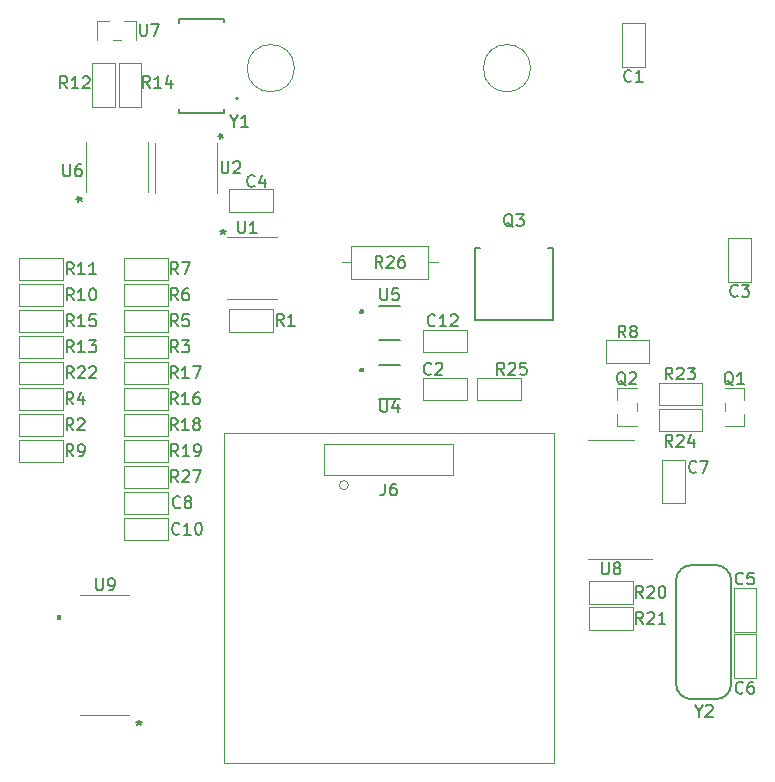
<source format=gbr>
G04 #@! TF.GenerationSoftware,KiCad,Pcbnew,(5.1.5)-3*
G04 #@! TF.CreationDate,2022-04-23T22:50:00-04:00*
G04 #@! TF.ProjectId,SailCam_MK5,5361696c-4361-46d5-9f4d-4b352e6b6963,rev?*
G04 #@! TF.SameCoordinates,Original*
G04 #@! TF.FileFunction,Legend,Top*
G04 #@! TF.FilePolarity,Positive*
%FSLAX46Y46*%
G04 Gerber Fmt 4.6, Leading zero omitted, Abs format (unit mm)*
G04 Created by KiCad (PCBNEW (5.1.5)-3) date 2022-04-23 22:50:00*
%MOMM*%
%LPD*%
G04 APERTURE LIST*
%ADD10C,0.120000*%
%ADD11C,0.127000*%
%ADD12C,0.400000*%
%ADD13C,0.200000*%
%ADD14C,0.100000*%
%ADD15C,0.150000*%
G04 APERTURE END LIST*
D10*
X124340000Y-69510000D02*
G75*
G03X124340000Y-69510000I-2000000J0D01*
G01*
X144340000Y-69510000D02*
G75*
G03X144340000Y-69510000I-2000000J0D01*
G01*
X113640000Y-105060000D02*
X109940000Y-105060000D01*
X113640000Y-103160000D02*
X113640000Y-105060000D01*
X109940000Y-103160000D02*
X113640000Y-103160000D01*
X109940000Y-105060000D02*
X109940000Y-103160000D01*
X118370000Y-128310000D02*
X118370000Y-100370000D01*
X146310000Y-128310000D02*
X118370000Y-128310000D01*
X146310000Y-100370000D02*
X146310000Y-128310000D01*
X128911000Y-104815000D02*
G75*
G03X128911000Y-104815000I-381000J0D01*
G01*
X126879000Y-101313000D02*
X126879000Y-103980000D01*
X137801000Y-101313000D02*
X126879000Y-101313000D01*
X137801000Y-103980000D02*
X137801000Y-101313000D01*
X126879000Y-103980000D02*
X137801000Y-103980000D01*
X146310000Y-100370000D02*
X118370000Y-100370000D01*
D11*
X146242000Y-90840000D02*
X139638000Y-90840000D01*
X146242000Y-84744000D02*
X146242000Y-90840000D01*
X145805000Y-84744000D02*
X146242000Y-84744000D01*
X139638000Y-84744000D02*
X139638000Y-90840000D01*
X140075000Y-84744000D02*
X139638000Y-84744000D01*
D10*
X136460000Y-85960000D02*
X135690000Y-85960000D01*
X128380000Y-85960000D02*
X129150000Y-85960000D01*
X135690000Y-84590000D02*
X129150000Y-84590000D01*
X135690000Y-87330000D02*
X135690000Y-84590000D01*
X129150000Y-87330000D02*
X135690000Y-87330000D01*
X129150000Y-84590000D02*
X129150000Y-87330000D01*
X106661100Y-75789100D02*
X106661100Y-80030900D01*
X111918900Y-80030900D02*
X111918900Y-75789100D01*
X108677860Y-65484500D02*
X107639000Y-65484500D01*
X107639000Y-65484500D02*
X107639000Y-67135500D01*
X110941000Y-65484500D02*
X109902140Y-65484500D01*
X110941000Y-67135500D02*
X110941000Y-65484500D01*
X108952139Y-67135500D02*
X109627861Y-67135500D01*
X122860900Y-83781100D02*
X118619100Y-83781100D01*
X118619100Y-89038900D02*
X122860900Y-89038900D01*
X151664500Y-98822140D02*
X151664500Y-99835600D01*
X151664500Y-99835600D02*
X153315500Y-99835600D01*
X151664500Y-96584400D02*
X151664500Y-97597860D01*
X153315500Y-96584400D02*
X151664500Y-96584400D01*
X153315500Y-98547861D02*
X153315500Y-97872139D01*
X162415500Y-97597860D02*
X162415500Y-96584400D01*
X162415500Y-96584400D02*
X160764500Y-96584400D01*
X162415500Y-99835600D02*
X162415500Y-98822140D01*
X160764500Y-99835600D02*
X162415500Y-99835600D01*
X160764500Y-97872139D02*
X160764500Y-98547861D01*
D12*
X130040000Y-90110000D02*
G75*
G03X130040000Y-90110000I-50000J0D01*
G01*
D11*
X131510000Y-92560000D02*
X133270000Y-92560000D01*
X131510000Y-89660000D02*
X133270000Y-89660000D01*
X160000000Y-122935000D02*
X157980000Y-122935000D01*
X157980000Y-122935000D02*
G75*
G02X156660000Y-121665000I-25000J1295000D01*
G01*
X156660000Y-121665000D02*
X156660000Y-112855000D01*
X156660000Y-112855000D02*
G75*
G02X157980000Y-111585000I1295000J-25000D01*
G01*
X157980000Y-111585000D02*
X160000000Y-111585000D01*
X160000000Y-111585000D02*
G75*
G02X161320000Y-112855000I25000J-1295000D01*
G01*
X161320000Y-112855000D02*
X161320000Y-121665000D01*
X161320000Y-121665000D02*
G75*
G02X160000000Y-122935000I-1295000J25000D01*
G01*
D13*
X119587803Y-72078000D02*
G75*
G03X119587803Y-72078000I-111803J0D01*
G01*
D11*
X118376000Y-65328000D02*
X118376000Y-65628000D01*
X114576000Y-65328000D02*
X118376000Y-65328000D01*
X114576000Y-65678000D02*
X114576000Y-65328000D01*
X118376000Y-73328000D02*
X118376000Y-72978000D01*
X114576000Y-73328000D02*
X118376000Y-73328000D01*
X114576000Y-72928000D02*
X114576000Y-73328000D01*
D14*
G36*
X104277600Y-116175500D02*
G01*
X104277600Y-115794500D01*
X104531600Y-115794500D01*
X104531600Y-116175500D01*
X104277600Y-116175500D01*
G37*
X104277600Y-116175500D02*
X104277600Y-115794500D01*
X104531600Y-115794500D01*
X104531600Y-116175500D01*
X104277600Y-116175500D01*
D10*
X106157200Y-124240000D02*
X110322800Y-124240000D01*
X110322800Y-114080000D02*
X106157200Y-114080000D01*
X151140000Y-100950000D02*
X149190000Y-100950000D01*
X151140000Y-100950000D02*
X153090000Y-100950000D01*
X151140000Y-111070000D02*
X149190000Y-111070000D01*
X151140000Y-111070000D02*
X154590000Y-111070000D01*
D12*
X130040000Y-95060000D02*
G75*
G03X130040000Y-95060000I-50000J0D01*
G01*
D11*
X131510000Y-97510000D02*
X133270000Y-97510000D01*
X131510000Y-94610000D02*
X133270000Y-94610000D01*
D10*
X117804900Y-80048900D02*
X117804900Y-75807100D01*
X112547100Y-75807100D02*
X112547100Y-80048900D01*
X139840000Y-95710000D02*
X143540000Y-95710000D01*
X139840000Y-97610000D02*
X139840000Y-95710000D01*
X143540000Y-97610000D02*
X139840000Y-97610000D01*
X143540000Y-95710000D02*
X143540000Y-97610000D01*
X155172000Y-98360000D02*
X158872000Y-98360000D01*
X155172000Y-100260000D02*
X155172000Y-98360000D01*
X158872000Y-100260000D02*
X155172000Y-100260000D01*
X158872000Y-98360000D02*
X158872000Y-100260000D01*
X158872000Y-98048000D02*
X155172000Y-98048000D01*
X158872000Y-96148000D02*
X158872000Y-98048000D01*
X155172000Y-96148000D02*
X158872000Y-96148000D01*
X155172000Y-98048000D02*
X155172000Y-96148000D01*
X101040000Y-94360000D02*
X104740000Y-94360000D01*
X101040000Y-96260000D02*
X101040000Y-94360000D01*
X104740000Y-96260000D02*
X101040000Y-96260000D01*
X104740000Y-94360000D02*
X104740000Y-96260000D01*
X149294000Y-115160000D02*
X152994000Y-115160000D01*
X149294000Y-117060000D02*
X149294000Y-115160000D01*
X152994000Y-117060000D02*
X149294000Y-117060000D01*
X152994000Y-115160000D02*
X152994000Y-117060000D01*
X149294000Y-112938000D02*
X152994000Y-112938000D01*
X149294000Y-114838000D02*
X149294000Y-112938000D01*
X152994000Y-114838000D02*
X149294000Y-114838000D01*
X152994000Y-112938000D02*
X152994000Y-114838000D01*
X113640000Y-102860000D02*
X109940000Y-102860000D01*
X113640000Y-100960000D02*
X113640000Y-102860000D01*
X109940000Y-100960000D02*
X113640000Y-100960000D01*
X109940000Y-102860000D02*
X109940000Y-100960000D01*
X113640000Y-100660000D02*
X109940000Y-100660000D01*
X113640000Y-98760000D02*
X113640000Y-100660000D01*
X109940000Y-98760000D02*
X113640000Y-98760000D01*
X109940000Y-100660000D02*
X109940000Y-98760000D01*
X113640000Y-96260000D02*
X109940000Y-96260000D01*
X113640000Y-94360000D02*
X113640000Y-96260000D01*
X109940000Y-94360000D02*
X113640000Y-94360000D01*
X109940000Y-96260000D02*
X109940000Y-94360000D01*
X113640000Y-98460000D02*
X109940000Y-98460000D01*
X113640000Y-96560000D02*
X113640000Y-98460000D01*
X109940000Y-96560000D02*
X113640000Y-96560000D01*
X109940000Y-98460000D02*
X109940000Y-96560000D01*
X104740000Y-91860000D02*
X101040000Y-91860000D01*
X104740000Y-89960000D02*
X104740000Y-91860000D01*
X101040000Y-89960000D02*
X104740000Y-89960000D01*
X101040000Y-91860000D02*
X101040000Y-89960000D01*
X111350000Y-69076000D02*
X111350000Y-72776000D01*
X109450000Y-69076000D02*
X111350000Y-69076000D01*
X109450000Y-72776000D02*
X109450000Y-69076000D01*
X111350000Y-72776000D02*
X109450000Y-72776000D01*
X104740000Y-94060000D02*
X101040000Y-94060000D01*
X104740000Y-92160000D02*
X104740000Y-94060000D01*
X101040000Y-92160000D02*
X104740000Y-92160000D01*
X101040000Y-94060000D02*
X101040000Y-92160000D01*
X109140000Y-69076000D02*
X109140000Y-72776000D01*
X107240000Y-69076000D02*
X109140000Y-69076000D01*
X107240000Y-72776000D02*
X107240000Y-69076000D01*
X109140000Y-72776000D02*
X107240000Y-72776000D01*
X104740000Y-87460000D02*
X101040000Y-87460000D01*
X104740000Y-85560000D02*
X104740000Y-87460000D01*
X101040000Y-85560000D02*
X104740000Y-85560000D01*
X101040000Y-87460000D02*
X101040000Y-85560000D01*
X104740000Y-89660000D02*
X101040000Y-89660000D01*
X104740000Y-87760000D02*
X104740000Y-89660000D01*
X101040000Y-87760000D02*
X104740000Y-87760000D01*
X101040000Y-89660000D02*
X101040000Y-87760000D01*
X104740000Y-102860000D02*
X101040000Y-102860000D01*
X104740000Y-100960000D02*
X104740000Y-102860000D01*
X101040000Y-100960000D02*
X104740000Y-100960000D01*
X101040000Y-102860000D02*
X101040000Y-100960000D01*
X154390000Y-94460000D02*
X150690000Y-94460000D01*
X154390000Y-92560000D02*
X154390000Y-94460000D01*
X150690000Y-92560000D02*
X154390000Y-92560000D01*
X150690000Y-94460000D02*
X150690000Y-92560000D01*
X113640000Y-87460000D02*
X109940000Y-87460000D01*
X113640000Y-85560000D02*
X113640000Y-87460000D01*
X109940000Y-85560000D02*
X113640000Y-85560000D01*
X109940000Y-87460000D02*
X109940000Y-85560000D01*
X113640000Y-89660000D02*
X109940000Y-89660000D01*
X113640000Y-87760000D02*
X113640000Y-89660000D01*
X109940000Y-87760000D02*
X113640000Y-87760000D01*
X109940000Y-89660000D02*
X109940000Y-87760000D01*
X113640000Y-91860000D02*
X109940000Y-91860000D01*
X113640000Y-89960000D02*
X113640000Y-91860000D01*
X109940000Y-89960000D02*
X113640000Y-89960000D01*
X109940000Y-91860000D02*
X109940000Y-89960000D01*
X104740000Y-98460000D02*
X101040000Y-98460000D01*
X104740000Y-96560000D02*
X104740000Y-98460000D01*
X101040000Y-96560000D02*
X104740000Y-96560000D01*
X101040000Y-98460000D02*
X101040000Y-96560000D01*
X113640000Y-94060000D02*
X109940000Y-94060000D01*
X113640000Y-92160000D02*
X113640000Y-94060000D01*
X109940000Y-92160000D02*
X113640000Y-92160000D01*
X109940000Y-94060000D02*
X109940000Y-92160000D01*
X104740000Y-100660000D02*
X101040000Y-100660000D01*
X104740000Y-98760000D02*
X104740000Y-100660000D01*
X101040000Y-98760000D02*
X104740000Y-98760000D01*
X101040000Y-100660000D02*
X101040000Y-98760000D01*
X118840000Y-89910000D02*
X122540000Y-89910000D01*
X118840000Y-91810000D02*
X118840000Y-89910000D01*
X122540000Y-91810000D02*
X118840000Y-91810000D01*
X122540000Y-89910000D02*
X122540000Y-91810000D01*
X138940000Y-93560000D02*
X135240000Y-93560000D01*
X138940000Y-91660000D02*
X138940000Y-93560000D01*
X135240000Y-91660000D02*
X138940000Y-91660000D01*
X135240000Y-93560000D02*
X135240000Y-91660000D01*
X109940000Y-107560000D02*
X113640000Y-107560000D01*
X109940000Y-109460000D02*
X109940000Y-107560000D01*
X113640000Y-109460000D02*
X109940000Y-109460000D01*
X113640000Y-107560000D02*
X113640000Y-109460000D01*
X109940000Y-105360000D02*
X113640000Y-105360000D01*
X109940000Y-107260000D02*
X109940000Y-105360000D01*
X113640000Y-107260000D02*
X109940000Y-107260000D01*
X113640000Y-105360000D02*
X113640000Y-107260000D01*
X157390000Y-102660000D02*
X157390000Y-106360000D01*
X155490000Y-102660000D02*
X157390000Y-102660000D01*
X155490000Y-106360000D02*
X155490000Y-102660000D01*
X157390000Y-106360000D02*
X155490000Y-106360000D01*
X163440000Y-121110000D02*
X161540000Y-121110000D01*
X161540000Y-121110000D02*
X161540000Y-117410000D01*
X161540000Y-117410000D02*
X163440000Y-117410000D01*
X163440000Y-117410000D02*
X163440000Y-121110000D01*
X161540000Y-113510000D02*
X163440000Y-113510000D01*
X163440000Y-113510000D02*
X163440000Y-117210000D01*
X163440000Y-117210000D02*
X161540000Y-117210000D01*
X161540000Y-117210000D02*
X161540000Y-113510000D01*
X122540000Y-81660000D02*
X118840000Y-81660000D01*
X122540000Y-79760000D02*
X122540000Y-81660000D01*
X118840000Y-79760000D02*
X122540000Y-79760000D01*
X118840000Y-81660000D02*
X118840000Y-79760000D01*
X162990000Y-83910000D02*
X162990000Y-87610000D01*
X161090000Y-83910000D02*
X162990000Y-83910000D01*
X161090000Y-87610000D02*
X161090000Y-83910000D01*
X162990000Y-87610000D02*
X161090000Y-87610000D01*
X138940000Y-97610000D02*
X135240000Y-97610000D01*
X138940000Y-95710000D02*
X138940000Y-97610000D01*
X135240000Y-95710000D02*
X138940000Y-95710000D01*
X135240000Y-97610000D02*
X135240000Y-95710000D01*
X152090000Y-69410000D02*
X152090000Y-65710000D01*
X153990000Y-69410000D02*
X152090000Y-69410000D01*
X153990000Y-65710000D02*
X153990000Y-69410000D01*
X152090000Y-65710000D02*
X153990000Y-65710000D01*
D15*
X114497142Y-104562380D02*
X114163809Y-104086190D01*
X113925714Y-104562380D02*
X113925714Y-103562380D01*
X114306666Y-103562380D01*
X114401904Y-103610000D01*
X114449523Y-103657619D01*
X114497142Y-103752857D01*
X114497142Y-103895714D01*
X114449523Y-103990952D01*
X114401904Y-104038571D01*
X114306666Y-104086190D01*
X113925714Y-104086190D01*
X114878095Y-103657619D02*
X114925714Y-103610000D01*
X115020952Y-103562380D01*
X115259047Y-103562380D01*
X115354285Y-103610000D01*
X115401904Y-103657619D01*
X115449523Y-103752857D01*
X115449523Y-103848095D01*
X115401904Y-103990952D01*
X114830476Y-104562380D01*
X115449523Y-104562380D01*
X115782857Y-103562380D02*
X116449523Y-103562380D01*
X116020952Y-104562380D01*
X132006666Y-104684880D02*
X132006666Y-105399166D01*
X131959047Y-105542023D01*
X131863809Y-105637261D01*
X131720952Y-105684880D01*
X131625714Y-105684880D01*
X132911428Y-104684880D02*
X132720952Y-104684880D01*
X132625714Y-104732500D01*
X132578095Y-104780119D01*
X132482857Y-104922976D01*
X132435238Y-105113452D01*
X132435238Y-105494404D01*
X132482857Y-105589642D01*
X132530476Y-105637261D01*
X132625714Y-105684880D01*
X132816190Y-105684880D01*
X132911428Y-105637261D01*
X132959047Y-105589642D01*
X133006666Y-105494404D01*
X133006666Y-105256309D01*
X132959047Y-105161071D01*
X132911428Y-105113452D01*
X132816190Y-105065833D01*
X132625714Y-105065833D01*
X132530476Y-105113452D01*
X132482857Y-105161071D01*
X132435238Y-105256309D01*
X142844761Y-82957619D02*
X142749523Y-82910000D01*
X142654285Y-82814761D01*
X142511428Y-82671904D01*
X142416190Y-82624285D01*
X142320952Y-82624285D01*
X142368571Y-82862380D02*
X142273333Y-82814761D01*
X142178095Y-82719523D01*
X142130476Y-82529047D01*
X142130476Y-82195714D01*
X142178095Y-82005238D01*
X142273333Y-81910000D01*
X142368571Y-81862380D01*
X142559047Y-81862380D01*
X142654285Y-81910000D01*
X142749523Y-82005238D01*
X142797142Y-82195714D01*
X142797142Y-82529047D01*
X142749523Y-82719523D01*
X142654285Y-82814761D01*
X142559047Y-82862380D01*
X142368571Y-82862380D01*
X143130476Y-81862380D02*
X143749523Y-81862380D01*
X143416190Y-82243333D01*
X143559047Y-82243333D01*
X143654285Y-82290952D01*
X143701904Y-82338571D01*
X143749523Y-82433809D01*
X143749523Y-82671904D01*
X143701904Y-82767142D01*
X143654285Y-82814761D01*
X143559047Y-82862380D01*
X143273333Y-82862380D01*
X143178095Y-82814761D01*
X143130476Y-82767142D01*
X131797142Y-86412380D02*
X131463809Y-85936190D01*
X131225714Y-86412380D02*
X131225714Y-85412380D01*
X131606666Y-85412380D01*
X131701904Y-85460000D01*
X131749523Y-85507619D01*
X131797142Y-85602857D01*
X131797142Y-85745714D01*
X131749523Y-85840952D01*
X131701904Y-85888571D01*
X131606666Y-85936190D01*
X131225714Y-85936190D01*
X132178095Y-85507619D02*
X132225714Y-85460000D01*
X132320952Y-85412380D01*
X132559047Y-85412380D01*
X132654285Y-85460000D01*
X132701904Y-85507619D01*
X132749523Y-85602857D01*
X132749523Y-85698095D01*
X132701904Y-85840952D01*
X132130476Y-86412380D01*
X132749523Y-86412380D01*
X133606666Y-85412380D02*
X133416190Y-85412380D01*
X133320952Y-85460000D01*
X133273333Y-85507619D01*
X133178095Y-85650476D01*
X133130476Y-85840952D01*
X133130476Y-86221904D01*
X133178095Y-86317142D01*
X133225714Y-86364761D01*
X133320952Y-86412380D01*
X133511428Y-86412380D01*
X133606666Y-86364761D01*
X133654285Y-86317142D01*
X133701904Y-86221904D01*
X133701904Y-85983809D01*
X133654285Y-85888571D01*
X133606666Y-85840952D01*
X133511428Y-85793333D01*
X133320952Y-85793333D01*
X133225714Y-85840952D01*
X133178095Y-85888571D01*
X133130476Y-85983809D01*
X104778095Y-77662380D02*
X104778095Y-78471904D01*
X104825714Y-78567142D01*
X104873333Y-78614761D01*
X104968571Y-78662380D01*
X105159047Y-78662380D01*
X105254285Y-78614761D01*
X105301904Y-78567142D01*
X105349523Y-78471904D01*
X105349523Y-77662380D01*
X106254285Y-77662380D02*
X106063809Y-77662380D01*
X105968571Y-77710000D01*
X105920952Y-77757619D01*
X105825714Y-77900476D01*
X105778095Y-78090952D01*
X105778095Y-78471904D01*
X105825714Y-78567142D01*
X105873333Y-78614761D01*
X105968571Y-78662380D01*
X106159047Y-78662380D01*
X106254285Y-78614761D01*
X106301904Y-78567142D01*
X106349523Y-78471904D01*
X106349523Y-78233809D01*
X106301904Y-78138571D01*
X106254285Y-78090952D01*
X106159047Y-78043333D01*
X105968571Y-78043333D01*
X105873333Y-78090952D01*
X105825714Y-78138571D01*
X105778095Y-78233809D01*
X105892380Y-80610000D02*
X106130476Y-80610000D01*
X106035238Y-80848095D02*
X106130476Y-80610000D01*
X106035238Y-80371904D01*
X106320952Y-80752857D02*
X106130476Y-80610000D01*
X106320952Y-80467142D01*
X105892380Y-80610000D02*
X106130476Y-80610000D01*
X106035238Y-80848095D02*
X106130476Y-80610000D01*
X106035238Y-80371904D01*
X106320952Y-80752857D02*
X106130476Y-80610000D01*
X106320952Y-80467142D01*
X111278095Y-65762380D02*
X111278095Y-66571904D01*
X111325714Y-66667142D01*
X111373333Y-66714761D01*
X111468571Y-66762380D01*
X111659047Y-66762380D01*
X111754285Y-66714761D01*
X111801904Y-66667142D01*
X111849523Y-66571904D01*
X111849523Y-65762380D01*
X112230476Y-65762380D02*
X112897142Y-65762380D01*
X112468571Y-66762380D01*
X119578095Y-82462380D02*
X119578095Y-83271904D01*
X119625714Y-83367142D01*
X119673333Y-83414761D01*
X119768571Y-83462380D01*
X119959047Y-83462380D01*
X120054285Y-83414761D01*
X120101904Y-83367142D01*
X120149523Y-83271904D01*
X120149523Y-82462380D01*
X121149523Y-83462380D02*
X120578095Y-83462380D01*
X120863809Y-83462380D02*
X120863809Y-82462380D01*
X120768571Y-82605238D01*
X120673333Y-82700476D01*
X120578095Y-82748095D01*
X118290000Y-83112380D02*
X118290000Y-83350476D01*
X118051904Y-83255238D02*
X118290000Y-83350476D01*
X118528095Y-83255238D01*
X118147142Y-83540952D02*
X118290000Y-83350476D01*
X118432857Y-83540952D01*
X118290000Y-83112380D02*
X118290000Y-83350476D01*
X118051904Y-83255238D02*
X118290000Y-83350476D01*
X118528095Y-83255238D01*
X118147142Y-83540952D02*
X118290000Y-83350476D01*
X118432857Y-83540952D01*
X152394761Y-96357619D02*
X152299523Y-96310000D01*
X152204285Y-96214761D01*
X152061428Y-96071904D01*
X151966190Y-96024285D01*
X151870952Y-96024285D01*
X151918571Y-96262380D02*
X151823333Y-96214761D01*
X151728095Y-96119523D01*
X151680476Y-95929047D01*
X151680476Y-95595714D01*
X151728095Y-95405238D01*
X151823333Y-95310000D01*
X151918571Y-95262380D01*
X152109047Y-95262380D01*
X152204285Y-95310000D01*
X152299523Y-95405238D01*
X152347142Y-95595714D01*
X152347142Y-95929047D01*
X152299523Y-96119523D01*
X152204285Y-96214761D01*
X152109047Y-96262380D01*
X151918571Y-96262380D01*
X152728095Y-95357619D02*
X152775714Y-95310000D01*
X152870952Y-95262380D01*
X153109047Y-95262380D01*
X153204285Y-95310000D01*
X153251904Y-95357619D01*
X153299523Y-95452857D01*
X153299523Y-95548095D01*
X153251904Y-95690952D01*
X152680476Y-96262380D01*
X153299523Y-96262380D01*
X161494761Y-96357619D02*
X161399523Y-96310000D01*
X161304285Y-96214761D01*
X161161428Y-96071904D01*
X161066190Y-96024285D01*
X160970952Y-96024285D01*
X161018571Y-96262380D02*
X160923333Y-96214761D01*
X160828095Y-96119523D01*
X160780476Y-95929047D01*
X160780476Y-95595714D01*
X160828095Y-95405238D01*
X160923333Y-95310000D01*
X161018571Y-95262380D01*
X161209047Y-95262380D01*
X161304285Y-95310000D01*
X161399523Y-95405238D01*
X161447142Y-95595714D01*
X161447142Y-95929047D01*
X161399523Y-96119523D01*
X161304285Y-96214761D01*
X161209047Y-96262380D01*
X161018571Y-96262380D01*
X162399523Y-96262380D02*
X161828095Y-96262380D01*
X162113809Y-96262380D02*
X162113809Y-95262380D01*
X162018571Y-95405238D01*
X161923333Y-95500476D01*
X161828095Y-95548095D01*
X131628095Y-88162380D02*
X131628095Y-88971904D01*
X131675714Y-89067142D01*
X131723333Y-89114761D01*
X131818571Y-89162380D01*
X132009047Y-89162380D01*
X132104285Y-89114761D01*
X132151904Y-89067142D01*
X132199523Y-88971904D01*
X132199523Y-88162380D01*
X133151904Y-88162380D02*
X132675714Y-88162380D01*
X132628095Y-88638571D01*
X132675714Y-88590952D01*
X132770952Y-88543333D01*
X133009047Y-88543333D01*
X133104285Y-88590952D01*
X133151904Y-88638571D01*
X133199523Y-88733809D01*
X133199523Y-88971904D01*
X133151904Y-89067142D01*
X133104285Y-89114761D01*
X133009047Y-89162380D01*
X132770952Y-89162380D01*
X132675714Y-89114761D01*
X132628095Y-89067142D01*
X158563423Y-123936171D02*
X158563423Y-124412747D01*
X158229819Y-123411936D02*
X158563423Y-123936171D01*
X158897027Y-123411936D01*
X159182973Y-123507252D02*
X159230630Y-123459594D01*
X159325946Y-123411936D01*
X159564234Y-123411936D01*
X159659549Y-123459594D01*
X159707207Y-123507252D01*
X159754865Y-123602567D01*
X159754865Y-123697882D01*
X159707207Y-123840855D01*
X159135315Y-124412747D01*
X159754865Y-124412747D01*
X119213809Y-73986190D02*
X119213809Y-74462380D01*
X118880476Y-73462380D02*
X119213809Y-73986190D01*
X119547142Y-73462380D01*
X120404285Y-74462380D02*
X119832857Y-74462380D01*
X120118571Y-74462380D02*
X120118571Y-73462380D01*
X120023333Y-73605238D01*
X119928095Y-73700476D01*
X119832857Y-73748095D01*
X107541595Y-112706880D02*
X107541595Y-113516404D01*
X107589214Y-113611642D01*
X107636833Y-113659261D01*
X107732071Y-113706880D01*
X107922547Y-113706880D01*
X108017785Y-113659261D01*
X108065404Y-113611642D01*
X108113023Y-113516404D01*
X108113023Y-112706880D01*
X108636833Y-113706880D02*
X108827309Y-113706880D01*
X108922547Y-113659261D01*
X108970166Y-113611642D01*
X109065404Y-113468785D01*
X109113023Y-113278309D01*
X109113023Y-112897357D01*
X109065404Y-112802119D01*
X109017785Y-112754500D01*
X108922547Y-112706880D01*
X108732071Y-112706880D01*
X108636833Y-112754500D01*
X108589214Y-112802119D01*
X108541595Y-112897357D01*
X108541595Y-113135452D01*
X108589214Y-113230690D01*
X108636833Y-113278309D01*
X108732071Y-113325928D01*
X108922547Y-113325928D01*
X109017785Y-113278309D01*
X109065404Y-113230690D01*
X109113023Y-113135452D01*
X111199100Y-124733780D02*
X111199100Y-124971876D01*
X110961004Y-124876638D02*
X111199100Y-124971876D01*
X111437195Y-124876638D01*
X111056242Y-125162352D02*
X111199100Y-124971876D01*
X111341957Y-125162352D01*
X111199100Y-124733780D02*
X111199100Y-124971876D01*
X110961004Y-124876638D02*
X111199100Y-124971876D01*
X111437195Y-124876638D01*
X111056242Y-125162352D02*
X111199100Y-124971876D01*
X111341957Y-125162352D01*
X150378095Y-111362380D02*
X150378095Y-112171904D01*
X150425714Y-112267142D01*
X150473333Y-112314761D01*
X150568571Y-112362380D01*
X150759047Y-112362380D01*
X150854285Y-112314761D01*
X150901904Y-112267142D01*
X150949523Y-112171904D01*
X150949523Y-111362380D01*
X151568571Y-111790952D02*
X151473333Y-111743333D01*
X151425714Y-111695714D01*
X151378095Y-111600476D01*
X151378095Y-111552857D01*
X151425714Y-111457619D01*
X151473333Y-111410000D01*
X151568571Y-111362380D01*
X151759047Y-111362380D01*
X151854285Y-111410000D01*
X151901904Y-111457619D01*
X151949523Y-111552857D01*
X151949523Y-111600476D01*
X151901904Y-111695714D01*
X151854285Y-111743333D01*
X151759047Y-111790952D01*
X151568571Y-111790952D01*
X151473333Y-111838571D01*
X151425714Y-111886190D01*
X151378095Y-111981428D01*
X151378095Y-112171904D01*
X151425714Y-112267142D01*
X151473333Y-112314761D01*
X151568571Y-112362380D01*
X151759047Y-112362380D01*
X151854285Y-112314761D01*
X151901904Y-112267142D01*
X151949523Y-112171904D01*
X151949523Y-111981428D01*
X151901904Y-111886190D01*
X151854285Y-111838571D01*
X151759047Y-111790952D01*
X131628095Y-97612380D02*
X131628095Y-98421904D01*
X131675714Y-98517142D01*
X131723333Y-98564761D01*
X131818571Y-98612380D01*
X132009047Y-98612380D01*
X132104285Y-98564761D01*
X132151904Y-98517142D01*
X132199523Y-98421904D01*
X132199523Y-97612380D01*
X133104285Y-97945714D02*
X133104285Y-98612380D01*
X132866190Y-97564761D02*
X132628095Y-98279047D01*
X133247142Y-98279047D01*
X118178095Y-77412380D02*
X118178095Y-78221904D01*
X118225714Y-78317142D01*
X118273333Y-78364761D01*
X118368571Y-78412380D01*
X118559047Y-78412380D01*
X118654285Y-78364761D01*
X118701904Y-78317142D01*
X118749523Y-78221904D01*
X118749523Y-77412380D01*
X119178095Y-77507619D02*
X119225714Y-77460000D01*
X119320952Y-77412380D01*
X119559047Y-77412380D01*
X119654285Y-77460000D01*
X119701904Y-77507619D01*
X119749523Y-77602857D01*
X119749523Y-77698095D01*
X119701904Y-77840952D01*
X119130476Y-78412380D01*
X119749523Y-78412380D01*
X117892380Y-75260000D02*
X118130476Y-75260000D01*
X118035238Y-75498095D02*
X118130476Y-75260000D01*
X118035238Y-75021904D01*
X118320952Y-75402857D02*
X118130476Y-75260000D01*
X118320952Y-75117142D01*
X117892380Y-75260000D02*
X118130476Y-75260000D01*
X118035238Y-75498095D02*
X118130476Y-75260000D01*
X118035238Y-75021904D01*
X118320952Y-75402857D02*
X118130476Y-75260000D01*
X118320952Y-75117142D01*
X142097142Y-95462380D02*
X141763809Y-94986190D01*
X141525714Y-95462380D02*
X141525714Y-94462380D01*
X141906666Y-94462380D01*
X142001904Y-94510000D01*
X142049523Y-94557619D01*
X142097142Y-94652857D01*
X142097142Y-94795714D01*
X142049523Y-94890952D01*
X142001904Y-94938571D01*
X141906666Y-94986190D01*
X141525714Y-94986190D01*
X142478095Y-94557619D02*
X142525714Y-94510000D01*
X142620952Y-94462380D01*
X142859047Y-94462380D01*
X142954285Y-94510000D01*
X143001904Y-94557619D01*
X143049523Y-94652857D01*
X143049523Y-94748095D01*
X143001904Y-94890952D01*
X142430476Y-95462380D01*
X143049523Y-95462380D01*
X143954285Y-94462380D02*
X143478095Y-94462380D01*
X143430476Y-94938571D01*
X143478095Y-94890952D01*
X143573333Y-94843333D01*
X143811428Y-94843333D01*
X143906666Y-94890952D01*
X143954285Y-94938571D01*
X144001904Y-95033809D01*
X144001904Y-95271904D01*
X143954285Y-95367142D01*
X143906666Y-95414761D01*
X143811428Y-95462380D01*
X143573333Y-95462380D01*
X143478095Y-95414761D01*
X143430476Y-95367142D01*
X156347142Y-101562380D02*
X156013809Y-101086190D01*
X155775714Y-101562380D02*
X155775714Y-100562380D01*
X156156666Y-100562380D01*
X156251904Y-100610000D01*
X156299523Y-100657619D01*
X156347142Y-100752857D01*
X156347142Y-100895714D01*
X156299523Y-100990952D01*
X156251904Y-101038571D01*
X156156666Y-101086190D01*
X155775714Y-101086190D01*
X156728095Y-100657619D02*
X156775714Y-100610000D01*
X156870952Y-100562380D01*
X157109047Y-100562380D01*
X157204285Y-100610000D01*
X157251904Y-100657619D01*
X157299523Y-100752857D01*
X157299523Y-100848095D01*
X157251904Y-100990952D01*
X156680476Y-101562380D01*
X157299523Y-101562380D01*
X158156666Y-100895714D02*
X158156666Y-101562380D01*
X157918571Y-100514761D02*
X157680476Y-101229047D01*
X158299523Y-101229047D01*
X156347142Y-95862380D02*
X156013809Y-95386190D01*
X155775714Y-95862380D02*
X155775714Y-94862380D01*
X156156666Y-94862380D01*
X156251904Y-94910000D01*
X156299523Y-94957619D01*
X156347142Y-95052857D01*
X156347142Y-95195714D01*
X156299523Y-95290952D01*
X156251904Y-95338571D01*
X156156666Y-95386190D01*
X155775714Y-95386190D01*
X156728095Y-94957619D02*
X156775714Y-94910000D01*
X156870952Y-94862380D01*
X157109047Y-94862380D01*
X157204285Y-94910000D01*
X157251904Y-94957619D01*
X157299523Y-95052857D01*
X157299523Y-95148095D01*
X157251904Y-95290952D01*
X156680476Y-95862380D01*
X157299523Y-95862380D01*
X157632857Y-94862380D02*
X158251904Y-94862380D01*
X157918571Y-95243333D01*
X158061428Y-95243333D01*
X158156666Y-95290952D01*
X158204285Y-95338571D01*
X158251904Y-95433809D01*
X158251904Y-95671904D01*
X158204285Y-95767142D01*
X158156666Y-95814761D01*
X158061428Y-95862380D01*
X157775714Y-95862380D01*
X157680476Y-95814761D01*
X157632857Y-95767142D01*
X105647142Y-95762380D02*
X105313809Y-95286190D01*
X105075714Y-95762380D02*
X105075714Y-94762380D01*
X105456666Y-94762380D01*
X105551904Y-94810000D01*
X105599523Y-94857619D01*
X105647142Y-94952857D01*
X105647142Y-95095714D01*
X105599523Y-95190952D01*
X105551904Y-95238571D01*
X105456666Y-95286190D01*
X105075714Y-95286190D01*
X106028095Y-94857619D02*
X106075714Y-94810000D01*
X106170952Y-94762380D01*
X106409047Y-94762380D01*
X106504285Y-94810000D01*
X106551904Y-94857619D01*
X106599523Y-94952857D01*
X106599523Y-95048095D01*
X106551904Y-95190952D01*
X105980476Y-95762380D01*
X106599523Y-95762380D01*
X106980476Y-94857619D02*
X107028095Y-94810000D01*
X107123333Y-94762380D01*
X107361428Y-94762380D01*
X107456666Y-94810000D01*
X107504285Y-94857619D01*
X107551904Y-94952857D01*
X107551904Y-95048095D01*
X107504285Y-95190952D01*
X106932857Y-95762380D01*
X107551904Y-95762380D01*
X153847142Y-116562380D02*
X153513809Y-116086190D01*
X153275714Y-116562380D02*
X153275714Y-115562380D01*
X153656666Y-115562380D01*
X153751904Y-115610000D01*
X153799523Y-115657619D01*
X153847142Y-115752857D01*
X153847142Y-115895714D01*
X153799523Y-115990952D01*
X153751904Y-116038571D01*
X153656666Y-116086190D01*
X153275714Y-116086190D01*
X154228095Y-115657619D02*
X154275714Y-115610000D01*
X154370952Y-115562380D01*
X154609047Y-115562380D01*
X154704285Y-115610000D01*
X154751904Y-115657619D01*
X154799523Y-115752857D01*
X154799523Y-115848095D01*
X154751904Y-115990952D01*
X154180476Y-116562380D01*
X154799523Y-116562380D01*
X155751904Y-116562380D02*
X155180476Y-116562380D01*
X155466190Y-116562380D02*
X155466190Y-115562380D01*
X155370952Y-115705238D01*
X155275714Y-115800476D01*
X155180476Y-115848095D01*
X153847142Y-114362380D02*
X153513809Y-113886190D01*
X153275714Y-114362380D02*
X153275714Y-113362380D01*
X153656666Y-113362380D01*
X153751904Y-113410000D01*
X153799523Y-113457619D01*
X153847142Y-113552857D01*
X153847142Y-113695714D01*
X153799523Y-113790952D01*
X153751904Y-113838571D01*
X153656666Y-113886190D01*
X153275714Y-113886190D01*
X154228095Y-113457619D02*
X154275714Y-113410000D01*
X154370952Y-113362380D01*
X154609047Y-113362380D01*
X154704285Y-113410000D01*
X154751904Y-113457619D01*
X154799523Y-113552857D01*
X154799523Y-113648095D01*
X154751904Y-113790952D01*
X154180476Y-114362380D01*
X154799523Y-114362380D01*
X155418571Y-113362380D02*
X155513809Y-113362380D01*
X155609047Y-113410000D01*
X155656666Y-113457619D01*
X155704285Y-113552857D01*
X155751904Y-113743333D01*
X155751904Y-113981428D01*
X155704285Y-114171904D01*
X155656666Y-114267142D01*
X155609047Y-114314761D01*
X155513809Y-114362380D01*
X155418571Y-114362380D01*
X155323333Y-114314761D01*
X155275714Y-114267142D01*
X155228095Y-114171904D01*
X155180476Y-113981428D01*
X155180476Y-113743333D01*
X155228095Y-113552857D01*
X155275714Y-113457619D01*
X155323333Y-113410000D01*
X155418571Y-113362380D01*
X114497142Y-102362380D02*
X114163809Y-101886190D01*
X113925714Y-102362380D02*
X113925714Y-101362380D01*
X114306666Y-101362380D01*
X114401904Y-101410000D01*
X114449523Y-101457619D01*
X114497142Y-101552857D01*
X114497142Y-101695714D01*
X114449523Y-101790952D01*
X114401904Y-101838571D01*
X114306666Y-101886190D01*
X113925714Y-101886190D01*
X115449523Y-102362380D02*
X114878095Y-102362380D01*
X115163809Y-102362380D02*
X115163809Y-101362380D01*
X115068571Y-101505238D01*
X114973333Y-101600476D01*
X114878095Y-101648095D01*
X115925714Y-102362380D02*
X116116190Y-102362380D01*
X116211428Y-102314761D01*
X116259047Y-102267142D01*
X116354285Y-102124285D01*
X116401904Y-101933809D01*
X116401904Y-101552857D01*
X116354285Y-101457619D01*
X116306666Y-101410000D01*
X116211428Y-101362380D01*
X116020952Y-101362380D01*
X115925714Y-101410000D01*
X115878095Y-101457619D01*
X115830476Y-101552857D01*
X115830476Y-101790952D01*
X115878095Y-101886190D01*
X115925714Y-101933809D01*
X116020952Y-101981428D01*
X116211428Y-101981428D01*
X116306666Y-101933809D01*
X116354285Y-101886190D01*
X116401904Y-101790952D01*
X114447142Y-100162380D02*
X114113809Y-99686190D01*
X113875714Y-100162380D02*
X113875714Y-99162380D01*
X114256666Y-99162380D01*
X114351904Y-99210000D01*
X114399523Y-99257619D01*
X114447142Y-99352857D01*
X114447142Y-99495714D01*
X114399523Y-99590952D01*
X114351904Y-99638571D01*
X114256666Y-99686190D01*
X113875714Y-99686190D01*
X115399523Y-100162380D02*
X114828095Y-100162380D01*
X115113809Y-100162380D02*
X115113809Y-99162380D01*
X115018571Y-99305238D01*
X114923333Y-99400476D01*
X114828095Y-99448095D01*
X115970952Y-99590952D02*
X115875714Y-99543333D01*
X115828095Y-99495714D01*
X115780476Y-99400476D01*
X115780476Y-99352857D01*
X115828095Y-99257619D01*
X115875714Y-99210000D01*
X115970952Y-99162380D01*
X116161428Y-99162380D01*
X116256666Y-99210000D01*
X116304285Y-99257619D01*
X116351904Y-99352857D01*
X116351904Y-99400476D01*
X116304285Y-99495714D01*
X116256666Y-99543333D01*
X116161428Y-99590952D01*
X115970952Y-99590952D01*
X115875714Y-99638571D01*
X115828095Y-99686190D01*
X115780476Y-99781428D01*
X115780476Y-99971904D01*
X115828095Y-100067142D01*
X115875714Y-100114761D01*
X115970952Y-100162380D01*
X116161428Y-100162380D01*
X116256666Y-100114761D01*
X116304285Y-100067142D01*
X116351904Y-99971904D01*
X116351904Y-99781428D01*
X116304285Y-99686190D01*
X116256666Y-99638571D01*
X116161428Y-99590952D01*
X114447142Y-95762380D02*
X114113809Y-95286190D01*
X113875714Y-95762380D02*
X113875714Y-94762380D01*
X114256666Y-94762380D01*
X114351904Y-94810000D01*
X114399523Y-94857619D01*
X114447142Y-94952857D01*
X114447142Y-95095714D01*
X114399523Y-95190952D01*
X114351904Y-95238571D01*
X114256666Y-95286190D01*
X113875714Y-95286190D01*
X115399523Y-95762380D02*
X114828095Y-95762380D01*
X115113809Y-95762380D02*
X115113809Y-94762380D01*
X115018571Y-94905238D01*
X114923333Y-95000476D01*
X114828095Y-95048095D01*
X115732857Y-94762380D02*
X116399523Y-94762380D01*
X115970952Y-95762380D01*
X114447142Y-97962380D02*
X114113809Y-97486190D01*
X113875714Y-97962380D02*
X113875714Y-96962380D01*
X114256666Y-96962380D01*
X114351904Y-97010000D01*
X114399523Y-97057619D01*
X114447142Y-97152857D01*
X114447142Y-97295714D01*
X114399523Y-97390952D01*
X114351904Y-97438571D01*
X114256666Y-97486190D01*
X113875714Y-97486190D01*
X115399523Y-97962380D02*
X114828095Y-97962380D01*
X115113809Y-97962380D02*
X115113809Y-96962380D01*
X115018571Y-97105238D01*
X114923333Y-97200476D01*
X114828095Y-97248095D01*
X116256666Y-96962380D02*
X116066190Y-96962380D01*
X115970952Y-97010000D01*
X115923333Y-97057619D01*
X115828095Y-97200476D01*
X115780476Y-97390952D01*
X115780476Y-97771904D01*
X115828095Y-97867142D01*
X115875714Y-97914761D01*
X115970952Y-97962380D01*
X116161428Y-97962380D01*
X116256666Y-97914761D01*
X116304285Y-97867142D01*
X116351904Y-97771904D01*
X116351904Y-97533809D01*
X116304285Y-97438571D01*
X116256666Y-97390952D01*
X116161428Y-97343333D01*
X115970952Y-97343333D01*
X115875714Y-97390952D01*
X115828095Y-97438571D01*
X115780476Y-97533809D01*
X105647142Y-91362380D02*
X105313809Y-90886190D01*
X105075714Y-91362380D02*
X105075714Y-90362380D01*
X105456666Y-90362380D01*
X105551904Y-90410000D01*
X105599523Y-90457619D01*
X105647142Y-90552857D01*
X105647142Y-90695714D01*
X105599523Y-90790952D01*
X105551904Y-90838571D01*
X105456666Y-90886190D01*
X105075714Y-90886190D01*
X106599523Y-91362380D02*
X106028095Y-91362380D01*
X106313809Y-91362380D02*
X106313809Y-90362380D01*
X106218571Y-90505238D01*
X106123333Y-90600476D01*
X106028095Y-90648095D01*
X107504285Y-90362380D02*
X107028095Y-90362380D01*
X106980476Y-90838571D01*
X107028095Y-90790952D01*
X107123333Y-90743333D01*
X107361428Y-90743333D01*
X107456666Y-90790952D01*
X107504285Y-90838571D01*
X107551904Y-90933809D01*
X107551904Y-91171904D01*
X107504285Y-91267142D01*
X107456666Y-91314761D01*
X107361428Y-91362380D01*
X107123333Y-91362380D01*
X107028095Y-91314761D01*
X106980476Y-91267142D01*
X112097142Y-71162380D02*
X111763809Y-70686190D01*
X111525714Y-71162380D02*
X111525714Y-70162380D01*
X111906666Y-70162380D01*
X112001904Y-70210000D01*
X112049523Y-70257619D01*
X112097142Y-70352857D01*
X112097142Y-70495714D01*
X112049523Y-70590952D01*
X112001904Y-70638571D01*
X111906666Y-70686190D01*
X111525714Y-70686190D01*
X113049523Y-71162380D02*
X112478095Y-71162380D01*
X112763809Y-71162380D02*
X112763809Y-70162380D01*
X112668571Y-70305238D01*
X112573333Y-70400476D01*
X112478095Y-70448095D01*
X113906666Y-70495714D02*
X113906666Y-71162380D01*
X113668571Y-70114761D02*
X113430476Y-70829047D01*
X114049523Y-70829047D01*
X105647142Y-93562380D02*
X105313809Y-93086190D01*
X105075714Y-93562380D02*
X105075714Y-92562380D01*
X105456666Y-92562380D01*
X105551904Y-92610000D01*
X105599523Y-92657619D01*
X105647142Y-92752857D01*
X105647142Y-92895714D01*
X105599523Y-92990952D01*
X105551904Y-93038571D01*
X105456666Y-93086190D01*
X105075714Y-93086190D01*
X106599523Y-93562380D02*
X106028095Y-93562380D01*
X106313809Y-93562380D02*
X106313809Y-92562380D01*
X106218571Y-92705238D01*
X106123333Y-92800476D01*
X106028095Y-92848095D01*
X106932857Y-92562380D02*
X107551904Y-92562380D01*
X107218571Y-92943333D01*
X107361428Y-92943333D01*
X107456666Y-92990952D01*
X107504285Y-93038571D01*
X107551904Y-93133809D01*
X107551904Y-93371904D01*
X107504285Y-93467142D01*
X107456666Y-93514761D01*
X107361428Y-93562380D01*
X107075714Y-93562380D01*
X106980476Y-93514761D01*
X106932857Y-93467142D01*
X105097142Y-71212380D02*
X104763809Y-70736190D01*
X104525714Y-71212380D02*
X104525714Y-70212380D01*
X104906666Y-70212380D01*
X105001904Y-70260000D01*
X105049523Y-70307619D01*
X105097142Y-70402857D01*
X105097142Y-70545714D01*
X105049523Y-70640952D01*
X105001904Y-70688571D01*
X104906666Y-70736190D01*
X104525714Y-70736190D01*
X106049523Y-71212380D02*
X105478095Y-71212380D01*
X105763809Y-71212380D02*
X105763809Y-70212380D01*
X105668571Y-70355238D01*
X105573333Y-70450476D01*
X105478095Y-70498095D01*
X106430476Y-70307619D02*
X106478095Y-70260000D01*
X106573333Y-70212380D01*
X106811428Y-70212380D01*
X106906666Y-70260000D01*
X106954285Y-70307619D01*
X107001904Y-70402857D01*
X107001904Y-70498095D01*
X106954285Y-70640952D01*
X106382857Y-71212380D01*
X107001904Y-71212380D01*
X105647142Y-86962380D02*
X105313809Y-86486190D01*
X105075714Y-86962380D02*
X105075714Y-85962380D01*
X105456666Y-85962380D01*
X105551904Y-86010000D01*
X105599523Y-86057619D01*
X105647142Y-86152857D01*
X105647142Y-86295714D01*
X105599523Y-86390952D01*
X105551904Y-86438571D01*
X105456666Y-86486190D01*
X105075714Y-86486190D01*
X106599523Y-86962380D02*
X106028095Y-86962380D01*
X106313809Y-86962380D02*
X106313809Y-85962380D01*
X106218571Y-86105238D01*
X106123333Y-86200476D01*
X106028095Y-86248095D01*
X107551904Y-86962380D02*
X106980476Y-86962380D01*
X107266190Y-86962380D02*
X107266190Y-85962380D01*
X107170952Y-86105238D01*
X107075714Y-86200476D01*
X106980476Y-86248095D01*
X105647142Y-89162380D02*
X105313809Y-88686190D01*
X105075714Y-89162380D02*
X105075714Y-88162380D01*
X105456666Y-88162380D01*
X105551904Y-88210000D01*
X105599523Y-88257619D01*
X105647142Y-88352857D01*
X105647142Y-88495714D01*
X105599523Y-88590952D01*
X105551904Y-88638571D01*
X105456666Y-88686190D01*
X105075714Y-88686190D01*
X106599523Y-89162380D02*
X106028095Y-89162380D01*
X106313809Y-89162380D02*
X106313809Y-88162380D01*
X106218571Y-88305238D01*
X106123333Y-88400476D01*
X106028095Y-88448095D01*
X107218571Y-88162380D02*
X107313809Y-88162380D01*
X107409047Y-88210000D01*
X107456666Y-88257619D01*
X107504285Y-88352857D01*
X107551904Y-88543333D01*
X107551904Y-88781428D01*
X107504285Y-88971904D01*
X107456666Y-89067142D01*
X107409047Y-89114761D01*
X107313809Y-89162380D01*
X107218571Y-89162380D01*
X107123333Y-89114761D01*
X107075714Y-89067142D01*
X107028095Y-88971904D01*
X106980476Y-88781428D01*
X106980476Y-88543333D01*
X107028095Y-88352857D01*
X107075714Y-88257619D01*
X107123333Y-88210000D01*
X107218571Y-88162380D01*
X105623333Y-102362380D02*
X105290000Y-101886190D01*
X105051904Y-102362380D02*
X105051904Y-101362380D01*
X105432857Y-101362380D01*
X105528095Y-101410000D01*
X105575714Y-101457619D01*
X105623333Y-101552857D01*
X105623333Y-101695714D01*
X105575714Y-101790952D01*
X105528095Y-101838571D01*
X105432857Y-101886190D01*
X105051904Y-101886190D01*
X106099523Y-102362380D02*
X106290000Y-102362380D01*
X106385238Y-102314761D01*
X106432857Y-102267142D01*
X106528095Y-102124285D01*
X106575714Y-101933809D01*
X106575714Y-101552857D01*
X106528095Y-101457619D01*
X106480476Y-101410000D01*
X106385238Y-101362380D01*
X106194761Y-101362380D01*
X106099523Y-101410000D01*
X106051904Y-101457619D01*
X106004285Y-101552857D01*
X106004285Y-101790952D01*
X106051904Y-101886190D01*
X106099523Y-101933809D01*
X106194761Y-101981428D01*
X106385238Y-101981428D01*
X106480476Y-101933809D01*
X106528095Y-101886190D01*
X106575714Y-101790952D01*
X152373333Y-92312380D02*
X152040000Y-91836190D01*
X151801904Y-92312380D02*
X151801904Y-91312380D01*
X152182857Y-91312380D01*
X152278095Y-91360000D01*
X152325714Y-91407619D01*
X152373333Y-91502857D01*
X152373333Y-91645714D01*
X152325714Y-91740952D01*
X152278095Y-91788571D01*
X152182857Y-91836190D01*
X151801904Y-91836190D01*
X152944761Y-91740952D02*
X152849523Y-91693333D01*
X152801904Y-91645714D01*
X152754285Y-91550476D01*
X152754285Y-91502857D01*
X152801904Y-91407619D01*
X152849523Y-91360000D01*
X152944761Y-91312380D01*
X153135238Y-91312380D01*
X153230476Y-91360000D01*
X153278095Y-91407619D01*
X153325714Y-91502857D01*
X153325714Y-91550476D01*
X153278095Y-91645714D01*
X153230476Y-91693333D01*
X153135238Y-91740952D01*
X152944761Y-91740952D01*
X152849523Y-91788571D01*
X152801904Y-91836190D01*
X152754285Y-91931428D01*
X152754285Y-92121904D01*
X152801904Y-92217142D01*
X152849523Y-92264761D01*
X152944761Y-92312380D01*
X153135238Y-92312380D01*
X153230476Y-92264761D01*
X153278095Y-92217142D01*
X153325714Y-92121904D01*
X153325714Y-91931428D01*
X153278095Y-91836190D01*
X153230476Y-91788571D01*
X153135238Y-91740952D01*
X114473333Y-86956380D02*
X114140000Y-86480190D01*
X113901904Y-86956380D02*
X113901904Y-85956380D01*
X114282857Y-85956380D01*
X114378095Y-86004000D01*
X114425714Y-86051619D01*
X114473333Y-86146857D01*
X114473333Y-86289714D01*
X114425714Y-86384952D01*
X114378095Y-86432571D01*
X114282857Y-86480190D01*
X113901904Y-86480190D01*
X114806666Y-85956380D02*
X115473333Y-85956380D01*
X115044761Y-86956380D01*
X114473333Y-89162380D02*
X114140000Y-88686190D01*
X113901904Y-89162380D02*
X113901904Y-88162380D01*
X114282857Y-88162380D01*
X114378095Y-88210000D01*
X114425714Y-88257619D01*
X114473333Y-88352857D01*
X114473333Y-88495714D01*
X114425714Y-88590952D01*
X114378095Y-88638571D01*
X114282857Y-88686190D01*
X113901904Y-88686190D01*
X115330476Y-88162380D02*
X115140000Y-88162380D01*
X115044761Y-88210000D01*
X114997142Y-88257619D01*
X114901904Y-88400476D01*
X114854285Y-88590952D01*
X114854285Y-88971904D01*
X114901904Y-89067142D01*
X114949523Y-89114761D01*
X115044761Y-89162380D01*
X115235238Y-89162380D01*
X115330476Y-89114761D01*
X115378095Y-89067142D01*
X115425714Y-88971904D01*
X115425714Y-88733809D01*
X115378095Y-88638571D01*
X115330476Y-88590952D01*
X115235238Y-88543333D01*
X115044761Y-88543333D01*
X114949523Y-88590952D01*
X114901904Y-88638571D01*
X114854285Y-88733809D01*
X114473333Y-91362380D02*
X114140000Y-90886190D01*
X113901904Y-91362380D02*
X113901904Y-90362380D01*
X114282857Y-90362380D01*
X114378095Y-90410000D01*
X114425714Y-90457619D01*
X114473333Y-90552857D01*
X114473333Y-90695714D01*
X114425714Y-90790952D01*
X114378095Y-90838571D01*
X114282857Y-90886190D01*
X113901904Y-90886190D01*
X115378095Y-90362380D02*
X114901904Y-90362380D01*
X114854285Y-90838571D01*
X114901904Y-90790952D01*
X114997142Y-90743333D01*
X115235238Y-90743333D01*
X115330476Y-90790952D01*
X115378095Y-90838571D01*
X115425714Y-90933809D01*
X115425714Y-91171904D01*
X115378095Y-91267142D01*
X115330476Y-91314761D01*
X115235238Y-91362380D01*
X114997142Y-91362380D01*
X114901904Y-91314761D01*
X114854285Y-91267142D01*
X105623333Y-97962380D02*
X105290000Y-97486190D01*
X105051904Y-97962380D02*
X105051904Y-96962380D01*
X105432857Y-96962380D01*
X105528095Y-97010000D01*
X105575714Y-97057619D01*
X105623333Y-97152857D01*
X105623333Y-97295714D01*
X105575714Y-97390952D01*
X105528095Y-97438571D01*
X105432857Y-97486190D01*
X105051904Y-97486190D01*
X106480476Y-97295714D02*
X106480476Y-97962380D01*
X106242380Y-96914761D02*
X106004285Y-97629047D01*
X106623333Y-97629047D01*
X114473333Y-93562380D02*
X114140000Y-93086190D01*
X113901904Y-93562380D02*
X113901904Y-92562380D01*
X114282857Y-92562380D01*
X114378095Y-92610000D01*
X114425714Y-92657619D01*
X114473333Y-92752857D01*
X114473333Y-92895714D01*
X114425714Y-92990952D01*
X114378095Y-93038571D01*
X114282857Y-93086190D01*
X113901904Y-93086190D01*
X114806666Y-92562380D02*
X115425714Y-92562380D01*
X115092380Y-92943333D01*
X115235238Y-92943333D01*
X115330476Y-92990952D01*
X115378095Y-93038571D01*
X115425714Y-93133809D01*
X115425714Y-93371904D01*
X115378095Y-93467142D01*
X115330476Y-93514761D01*
X115235238Y-93562380D01*
X114949523Y-93562380D01*
X114854285Y-93514761D01*
X114806666Y-93467142D01*
X105623333Y-100162380D02*
X105290000Y-99686190D01*
X105051904Y-100162380D02*
X105051904Y-99162380D01*
X105432857Y-99162380D01*
X105528095Y-99210000D01*
X105575714Y-99257619D01*
X105623333Y-99352857D01*
X105623333Y-99495714D01*
X105575714Y-99590952D01*
X105528095Y-99638571D01*
X105432857Y-99686190D01*
X105051904Y-99686190D01*
X106004285Y-99257619D02*
X106051904Y-99210000D01*
X106147142Y-99162380D01*
X106385238Y-99162380D01*
X106480476Y-99210000D01*
X106528095Y-99257619D01*
X106575714Y-99352857D01*
X106575714Y-99448095D01*
X106528095Y-99590952D01*
X105956666Y-100162380D01*
X106575714Y-100162380D01*
X123423333Y-91312380D02*
X123090000Y-90836190D01*
X122851904Y-91312380D02*
X122851904Y-90312380D01*
X123232857Y-90312380D01*
X123328095Y-90360000D01*
X123375714Y-90407619D01*
X123423333Y-90502857D01*
X123423333Y-90645714D01*
X123375714Y-90740952D01*
X123328095Y-90788571D01*
X123232857Y-90836190D01*
X122851904Y-90836190D01*
X124375714Y-91312380D02*
X123804285Y-91312380D01*
X124090000Y-91312380D02*
X124090000Y-90312380D01*
X123994761Y-90455238D01*
X123899523Y-90550476D01*
X123804285Y-90598095D01*
X136247142Y-91267142D02*
X136199523Y-91314761D01*
X136056666Y-91362380D01*
X135961428Y-91362380D01*
X135818571Y-91314761D01*
X135723333Y-91219523D01*
X135675714Y-91124285D01*
X135628095Y-90933809D01*
X135628095Y-90790952D01*
X135675714Y-90600476D01*
X135723333Y-90505238D01*
X135818571Y-90410000D01*
X135961428Y-90362380D01*
X136056666Y-90362380D01*
X136199523Y-90410000D01*
X136247142Y-90457619D01*
X137199523Y-91362380D02*
X136628095Y-91362380D01*
X136913809Y-91362380D02*
X136913809Y-90362380D01*
X136818571Y-90505238D01*
X136723333Y-90600476D01*
X136628095Y-90648095D01*
X137580476Y-90457619D02*
X137628095Y-90410000D01*
X137723333Y-90362380D01*
X137961428Y-90362380D01*
X138056666Y-90410000D01*
X138104285Y-90457619D01*
X138151904Y-90552857D01*
X138151904Y-90648095D01*
X138104285Y-90790952D01*
X137532857Y-91362380D01*
X138151904Y-91362380D01*
X114597142Y-108917142D02*
X114549523Y-108964761D01*
X114406666Y-109012380D01*
X114311428Y-109012380D01*
X114168571Y-108964761D01*
X114073333Y-108869523D01*
X114025714Y-108774285D01*
X113978095Y-108583809D01*
X113978095Y-108440952D01*
X114025714Y-108250476D01*
X114073333Y-108155238D01*
X114168571Y-108060000D01*
X114311428Y-108012380D01*
X114406666Y-108012380D01*
X114549523Y-108060000D01*
X114597142Y-108107619D01*
X115549523Y-109012380D02*
X114978095Y-109012380D01*
X115263809Y-109012380D02*
X115263809Y-108012380D01*
X115168571Y-108155238D01*
X115073333Y-108250476D01*
X114978095Y-108298095D01*
X116168571Y-108012380D02*
X116263809Y-108012380D01*
X116359047Y-108060000D01*
X116406666Y-108107619D01*
X116454285Y-108202857D01*
X116501904Y-108393333D01*
X116501904Y-108631428D01*
X116454285Y-108821904D01*
X116406666Y-108917142D01*
X116359047Y-108964761D01*
X116263809Y-109012380D01*
X116168571Y-109012380D01*
X116073333Y-108964761D01*
X116025714Y-108917142D01*
X115978095Y-108821904D01*
X115930476Y-108631428D01*
X115930476Y-108393333D01*
X115978095Y-108202857D01*
X116025714Y-108107619D01*
X116073333Y-108060000D01*
X116168571Y-108012380D01*
X114671333Y-106667142D02*
X114623714Y-106714761D01*
X114480857Y-106762380D01*
X114385619Y-106762380D01*
X114242761Y-106714761D01*
X114147523Y-106619523D01*
X114099904Y-106524285D01*
X114052285Y-106333809D01*
X114052285Y-106190952D01*
X114099904Y-106000476D01*
X114147523Y-105905238D01*
X114242761Y-105810000D01*
X114385619Y-105762380D01*
X114480857Y-105762380D01*
X114623714Y-105810000D01*
X114671333Y-105857619D01*
X115242761Y-106190952D02*
X115147523Y-106143333D01*
X115099904Y-106095714D01*
X115052285Y-106000476D01*
X115052285Y-105952857D01*
X115099904Y-105857619D01*
X115147523Y-105810000D01*
X115242761Y-105762380D01*
X115433238Y-105762380D01*
X115528476Y-105810000D01*
X115576095Y-105857619D01*
X115623714Y-105952857D01*
X115623714Y-106000476D01*
X115576095Y-106095714D01*
X115528476Y-106143333D01*
X115433238Y-106190952D01*
X115242761Y-106190952D01*
X115147523Y-106238571D01*
X115099904Y-106286190D01*
X115052285Y-106381428D01*
X115052285Y-106571904D01*
X115099904Y-106667142D01*
X115147523Y-106714761D01*
X115242761Y-106762380D01*
X115433238Y-106762380D01*
X115528476Y-106714761D01*
X115576095Y-106667142D01*
X115623714Y-106571904D01*
X115623714Y-106381428D01*
X115576095Y-106286190D01*
X115528476Y-106238571D01*
X115433238Y-106190952D01*
X158373333Y-103667142D02*
X158325714Y-103714761D01*
X158182857Y-103762380D01*
X158087619Y-103762380D01*
X157944761Y-103714761D01*
X157849523Y-103619523D01*
X157801904Y-103524285D01*
X157754285Y-103333809D01*
X157754285Y-103190952D01*
X157801904Y-103000476D01*
X157849523Y-102905238D01*
X157944761Y-102810000D01*
X158087619Y-102762380D01*
X158182857Y-102762380D01*
X158325714Y-102810000D01*
X158373333Y-102857619D01*
X158706666Y-102762380D02*
X159373333Y-102762380D01*
X158944761Y-103762380D01*
X162323333Y-122367142D02*
X162275714Y-122414761D01*
X162132857Y-122462380D01*
X162037619Y-122462380D01*
X161894761Y-122414761D01*
X161799523Y-122319523D01*
X161751904Y-122224285D01*
X161704285Y-122033809D01*
X161704285Y-121890952D01*
X161751904Y-121700476D01*
X161799523Y-121605238D01*
X161894761Y-121510000D01*
X162037619Y-121462380D01*
X162132857Y-121462380D01*
X162275714Y-121510000D01*
X162323333Y-121557619D01*
X163180476Y-121462380D02*
X162990000Y-121462380D01*
X162894761Y-121510000D01*
X162847142Y-121557619D01*
X162751904Y-121700476D01*
X162704285Y-121890952D01*
X162704285Y-122271904D01*
X162751904Y-122367142D01*
X162799523Y-122414761D01*
X162894761Y-122462380D01*
X163085238Y-122462380D01*
X163180476Y-122414761D01*
X163228095Y-122367142D01*
X163275714Y-122271904D01*
X163275714Y-122033809D01*
X163228095Y-121938571D01*
X163180476Y-121890952D01*
X163085238Y-121843333D01*
X162894761Y-121843333D01*
X162799523Y-121890952D01*
X162751904Y-121938571D01*
X162704285Y-122033809D01*
X162323333Y-113117142D02*
X162275714Y-113164761D01*
X162132857Y-113212380D01*
X162037619Y-113212380D01*
X161894761Y-113164761D01*
X161799523Y-113069523D01*
X161751904Y-112974285D01*
X161704285Y-112783809D01*
X161704285Y-112640952D01*
X161751904Y-112450476D01*
X161799523Y-112355238D01*
X161894761Y-112260000D01*
X162037619Y-112212380D01*
X162132857Y-112212380D01*
X162275714Y-112260000D01*
X162323333Y-112307619D01*
X163228095Y-112212380D02*
X162751904Y-112212380D01*
X162704285Y-112688571D01*
X162751904Y-112640952D01*
X162847142Y-112593333D01*
X163085238Y-112593333D01*
X163180476Y-112640952D01*
X163228095Y-112688571D01*
X163275714Y-112783809D01*
X163275714Y-113021904D01*
X163228095Y-113117142D01*
X163180476Y-113164761D01*
X163085238Y-113212380D01*
X162847142Y-113212380D01*
X162751904Y-113164761D01*
X162704285Y-113117142D01*
X120967833Y-79479642D02*
X120920214Y-79527261D01*
X120777357Y-79574880D01*
X120682119Y-79574880D01*
X120539261Y-79527261D01*
X120444023Y-79432023D01*
X120396404Y-79336785D01*
X120348785Y-79146309D01*
X120348785Y-79003452D01*
X120396404Y-78812976D01*
X120444023Y-78717738D01*
X120539261Y-78622500D01*
X120682119Y-78574880D01*
X120777357Y-78574880D01*
X120920214Y-78622500D01*
X120967833Y-78670119D01*
X121824976Y-78908214D02*
X121824976Y-79574880D01*
X121586880Y-78527261D02*
X121348785Y-79241547D01*
X121967833Y-79241547D01*
X161873333Y-88767142D02*
X161825714Y-88814761D01*
X161682857Y-88862380D01*
X161587619Y-88862380D01*
X161444761Y-88814761D01*
X161349523Y-88719523D01*
X161301904Y-88624285D01*
X161254285Y-88433809D01*
X161254285Y-88290952D01*
X161301904Y-88100476D01*
X161349523Y-88005238D01*
X161444761Y-87910000D01*
X161587619Y-87862380D01*
X161682857Y-87862380D01*
X161825714Y-87910000D01*
X161873333Y-87957619D01*
X162206666Y-87862380D02*
X162825714Y-87862380D01*
X162492380Y-88243333D01*
X162635238Y-88243333D01*
X162730476Y-88290952D01*
X162778095Y-88338571D01*
X162825714Y-88433809D01*
X162825714Y-88671904D01*
X162778095Y-88767142D01*
X162730476Y-88814761D01*
X162635238Y-88862380D01*
X162349523Y-88862380D01*
X162254285Y-88814761D01*
X162206666Y-88767142D01*
X135923333Y-95367142D02*
X135875714Y-95414761D01*
X135732857Y-95462380D01*
X135637619Y-95462380D01*
X135494761Y-95414761D01*
X135399523Y-95319523D01*
X135351904Y-95224285D01*
X135304285Y-95033809D01*
X135304285Y-94890952D01*
X135351904Y-94700476D01*
X135399523Y-94605238D01*
X135494761Y-94510000D01*
X135637619Y-94462380D01*
X135732857Y-94462380D01*
X135875714Y-94510000D01*
X135923333Y-94557619D01*
X136304285Y-94557619D02*
X136351904Y-94510000D01*
X136447142Y-94462380D01*
X136685238Y-94462380D01*
X136780476Y-94510000D01*
X136828095Y-94557619D01*
X136875714Y-94652857D01*
X136875714Y-94748095D01*
X136828095Y-94890952D01*
X136256666Y-95462380D01*
X136875714Y-95462380D01*
X152873333Y-70567142D02*
X152825714Y-70614761D01*
X152682857Y-70662380D01*
X152587619Y-70662380D01*
X152444761Y-70614761D01*
X152349523Y-70519523D01*
X152301904Y-70424285D01*
X152254285Y-70233809D01*
X152254285Y-70090952D01*
X152301904Y-69900476D01*
X152349523Y-69805238D01*
X152444761Y-69710000D01*
X152587619Y-69662380D01*
X152682857Y-69662380D01*
X152825714Y-69710000D01*
X152873333Y-69757619D01*
X153825714Y-70662380D02*
X153254285Y-70662380D01*
X153540000Y-70662380D02*
X153540000Y-69662380D01*
X153444761Y-69805238D01*
X153349523Y-69900476D01*
X153254285Y-69948095D01*
M02*

</source>
